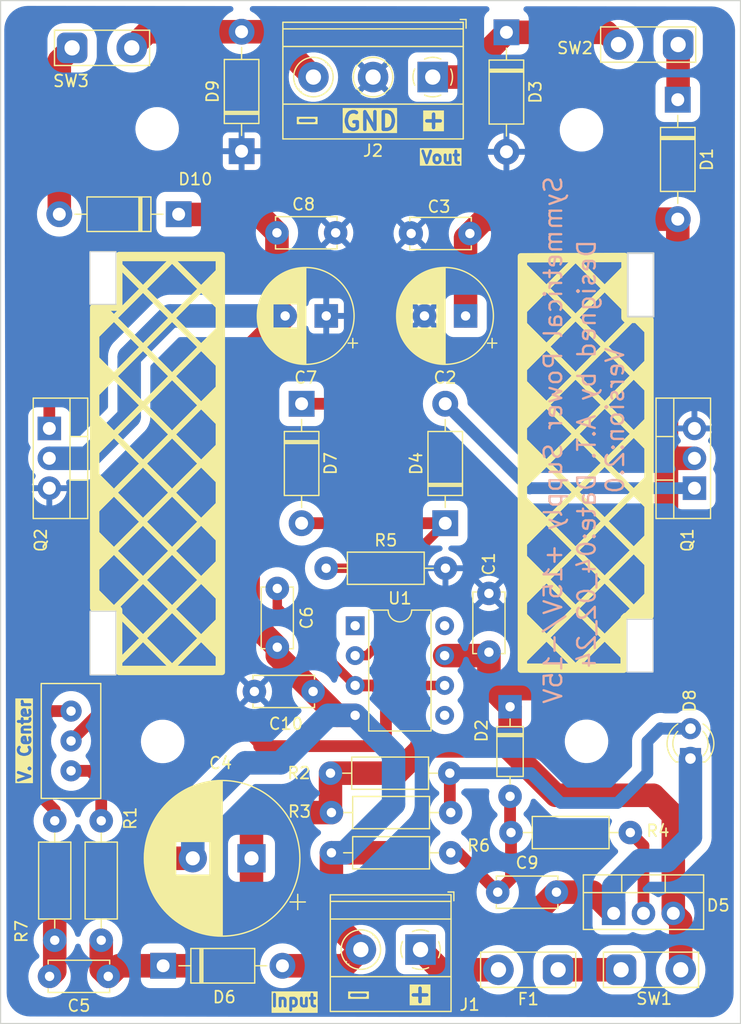
<source format=kicad_pcb>
(kicad_pcb (version 20221018) (generator pcbnew)
  (title_block (title "Symmetrical Power Supply +15V / -15V (PCB)") (date "2024-02-04") (rev "Version 2.0") (company "Made by A.T."))
  (layers (0 "F.Cu" signal) (31 "B.Cu" signal) (34 "B.Paste" user) (35 "F.Paste" user) (36 "B.SilkS" user "B.Silkscreen") (37 "F.SilkS" user "F.Silkscreen") (38 "B.Mask" user) (39 "F.Mask" user) (44 "Edge.Cuts" user))
  (net 0 "")
  (net 1 "GND")
  (net 2 "Net-(D1-A)")
  (net 3 "Net-(U1-+)")
  (net 4 "Net-(D2-A)")
  (net 5 "Net-(D4-A)")
  (net 6 "Net-(R1-Pad2)")
  (net 7 "Net-(U1--)")
  (net 8 "Net-(D10-A)")
  (net 12 "Net-(D1-K)")
  (net 13 "Net-(D4-K)")
  (net 14 "Net-(D7-K)")
  (net 15 "Net-(D8-A)")
  (net 16 "Net-(D3-K)")
  (net 17 "Net-(D5-G)")
  (net 18 "Net-(R7-Pad1)")
  (net 19 "Net-(D9-A)")
  (net 20 "Net-(D10-K)")
  (net 21 "Net-(SW1-A)")
  (net 22 "Net-(J1-Pin_1)")
  (footprint "MountingHole:MountingHole_3.2mm_M3" (layer "F.Cu") (at 116.8 113.01)
    (fp_text reference "REF**" hide)
    (fp_text value "MountingHole_3.2mm_M3" hide)
    (pad "" np_thru_hole circle (at 0 0) (size 3.2 3.2) (drill 3.2) (layers "*.Cu" "*.Mask"))
  )
  (footprint "Capacitor_THT:C_Disc_D5.0mm_W2.5mm_P5.00mm" (layer "F.Cu") (at 142.96 69.81 180)
    (fp_text reference "C3" (at 2.63 2.28) (layer "F.SilkS"))
    (fp_text value "100nF" hide)
    (pad "1" thru_hole circle (at 0 0 180) (size 2 2) (drill 0.8) (layers "*.Cu" "*.Mask") (net 2 "Net-(D1-A)"))
    (pad "2" thru_hole circle (at 5 0 180) (size 2 2) (drill 0.8) (layers "*.Cu" "*.Mask") (net 1 "GND"))
  )
  (footprint "Resistor_THT:R_Axial_DIN0207_L6.3mm_D2.5mm_P10.16mm_Horizontal" (layer "F.Cu") (at 107.61 119.76 -90)
    (fp_text reference "R7" (at 9.41 2.83 90) (layer "F.SilkS"))
    (fp_text value "47K" hide)
    (pad "1" thru_hole circle (at 0 0 270) (size 2 2) (drill 0.8) (layers "*.Cu" "*.Mask") (net 18 "Net-(R7-Pad1)"))
    (pad "2" thru_hole oval (at 10.16 0 270) (size 2 2) (drill 0.8) (layers "*.Cu" "*.Mask") (net 20 "Net-(D10-K)"))
  )
  (footprint "Resistor_THT:R_Axial_DIN0207_L6.3mm_D2.5mm_P10.16mm_Horizontal" (layer "F.Cu") (at 130.72 98.28)
    (fp_text reference "R5" (at 5.08 -2.37) (layer "F.SilkS"))
    (fp_text value "10k" hide)
    (pad "1" thru_hole circle (at 0 0) (size 2 2) (drill 0.8) (layers "*.Cu" "*.Mask") (net 7 "Net-(U1--)"))
    (pad "2" thru_hole oval (at 10.16 0) (size 2 2) (drill 0.8) (layers "*.Cu" "*.Mask") (net 1 "GND"))
  )
  (footprint "Capacitor_THT:C_Disc_D5.0mm_W2.5mm_P5.00mm" (layer "F.Cu") (at 112.17 132.99 180)
    (fp_text reference "C5" (at 2.5 -2.5) (layer "F.SilkS"))
    (fp_text value "100nF" hide)
    (pad "1" thru_hole circle (at 0 0 180) (size 2 2) (drill 0.8) (layers "*.Cu" "*.Mask") (net 2 "Net-(D1-A)"))
    (pad "2" thru_hole circle (at 5 0 180) (size 2 2) (drill 0.8) (layers "*.Cu" "*.Mask") (net 20 "Net-(D10-K)"))
  )
  (footprint "Capacitor_THT:C_Disc_D5.0mm_W2.5mm_P5.00mm" (layer "F.Cu") (at 144.58 105.42 90)
    (fp_text reference "C1" (at 7.5 -0.01 90) (layer "F.SilkS"))
    (fp_text value "100nF" hide)
    (pad "1" thru_hole circle (at 0 0 90) (size 2 2) (drill 0.8) (layers "*.Cu" "*.Mask") (net 2 "Net-(D1-A)"))
    (pad "2" thru_hole circle (at 5 0 90) (size 2 2) (drill 0.8) (layers "*.Cu" "*.Mask") (net 1 "GND"))
  )
  (footprint "TestPoint:TestPoint_2Pads_Pitch5.08mm_Drill1.3mm" (layer "F.Cu") (at 109.09 54.02)
    (fp_text reference "SW3" (at -0.09 2.82) (layer "F.SilkS"))
    (fp_text value "SW_OUT-" hide)
    (pad "1" thru_hole roundrect (at 0 0) (size 2.6 2.6) (drill 1.3) (layers "*.Cu" "*.Mask") (net 8 "Net-(D10-A)"))
    (pad "2" thru_hole circle (at 5.08 0) (size 2.6 2.6) (drill 1.3) (layers "*.Cu" "*.Mask") (net 19 "Net-(D9-A)"))
  )
  (footprint "Capacitor_THT:CP_Radial_D8.0mm_P3.50mm" (layer "F.Cu") (at 130.73 76.82 180)
    (fp_text reference "C7" (at 1.75 -5.25 180) (layer "F.SilkS"))
    (fp_text value "220uF/25v" hide)
    (pad "1" thru_hole rect (at 0 0 180) (size 2 2) (drill 0.8) (layers "*.Cu" "*.Mask") (net 1 "GND"))
    (pad "2" thru_hole circle (at 3.5 0 180) (size 2 2) (drill 0.8) (layers "*.Cu" "*.Mask") (net 20 "Net-(D10-K)"))
  )
  (footprint "Diode_THT:D_DO-41_SOD81_P10.16mm_Horizontal" (layer "F.Cu") (at 118.16 68.17 180)
    (fp_text reference "D10" (at -1.42 2.98) (layer "F.SilkS"))
    (fp_text value "1N5819" hide)
    (pad "1" thru_hole rect (at 0 0 180) (size 2.2 2.2) (drill 1.1) (layers "*.Cu" "*.Mask") (net 20 "Net-(D10-K)"))
    (pad "2" thru_hole oval (at 10.16 0 180) (size 2.2 2.2) (drill 1.1) (layers "*.Cu" "*.Mask") (net 8 "Net-(D10-A)"))
  )
  (footprint "LED_THT:LED_D3.0mm" (layer "F.Cu") (at 161.74 114.465 90)
    (fp_text reference "D8" (at 4.905 -0.07 90) (layer "F.SilkS"))
    (fp_text value "LED" hide)
    (pad "1" thru_hole rect (at 0 0 90) (size 1.8 1.8) (drill 0.9) (layers "*.Cu" "*.Mask") (net 20 "Net-(D10-K)"))
    (pad "2" thru_hole circle (at 2.54 0 90) (size 1.8 1.8) (drill 0.9) (layers "*.Cu" "*.Mask") (net 15 "Net-(D8-A)"))
  )
  (footprint "Diode_THT:D_DO-41_SOD81_P10.16mm_Horizontal" (layer "F.Cu") (at 140.86 94.45 90)
    (fp_text reference "D4" (at 5.08 -2.47 90) (layer "F.SilkS"))
    (fp_text value "1N4148" hide)
    (pad "1" thru_hole rect (at 0 0 90) (size 2.2 2.2) (drill 1.1) (layers "*.Cu" "*.Mask") (net 13 "Net-(D4-K)"))
    (pad "2" thru_hole oval (at 10.16 0 90) (size 2.2 2.2) (drill 1.1) (layers "*.Cu" "*.Mask") (net 5 "Net-(D4-A)"))
  )
  (footprint "TerminalBlock_Phoenix:TerminalBlock_Phoenix_MKDS-1,5-3-5.08_1x03_P5.08mm_Horizontal" (layer "F.Cu") (at 139.795 56.505 180)
    (fp_text reference "J2" (at 5.08 -6.26) (layer "F.SilkS"))
    (fp_text value "Output" hide)
    (pad "1" thru_hole rect (at 0 0 180) (size 2.6 2.6) (drill 1.3) (layers "*.Cu" "*.Mask") (net 16 "Net-(D3-K)"))
    (pad "2" thru_hole circle (at 5.08 0 180) (size 2.6 2.6) (drill 1.3) (layers "*.Cu" "*.Mask") (net 1 "GND"))
    (pad "3" thru_hole circle (at 10.16 0 180) (size 2.6 2.6) (drill 1.3) (layers "*.Cu" "*.Mask") (net 19 "Net-(D9-A)"))
  )
  (footprint "MountingHole:MountingHole_3.2mm_M3" (layer "F.Cu") (at 116.33 60.91)
    (fp_text reference "REF**" hide)
    (fp_text value "MountingHole_3.2mm_M3" hide)
    (pad "" np_thru_hole circle (at 0 0) (size 3.2 3.2) (drill 3.2) (layers "*.Cu" "*.Mask"))
  )
  (footprint "Diode_THT:D_DO-41_SOD81_P10.16mm_Horizontal" (layer "F.Cu") (at 160.66 58.43 -90)
    (fp_text reference "D1" (at 5.08 -2.47 90) (layer "F.SilkS"))
    (fp_text value "1N5819" hide)
    (pad "1" thru_hole rect (at 0 0 270) (size 2.2 2.2) (drill 1.1) (layers "*.Cu" "*.Mask") (net 12 "Net-(D1-K)"))
    (pad "2" thru_hole oval (at 10.16 0 270) (size 2.2 2.2) (drill 1.1) (layers "*.Cu" "*.Mask") (net 2 "Net-(D1-A)"))
  )
  (footprint "TestPoint:TestPoint_2Pads_Pitch5.08mm_Drill1.3mm" (layer "F.Cu") (at 155.83 132.43)
    (fp_text reference "SW1" (at 2.82 2.46) (layer "F.SilkS"))
    (fp_text value "ON/OFF" hide)
    (pad "1" thru_hole roundrect (at 0 0) (size 2.6 2.6) (drill 1.3) (layers "*.Cu" "*.Mask") (net 21 "Net-(SW1-A)"))
    (pad "2" thru_hole circle (at 5.08 0) (size 2.6 2.6) (drill 1.3) (layers "*.Cu" "*.Mask") (net 2 "Net-(D1-A)"))
  )
  (footprint "TestPoint:TestPoint_2Pads_Pitch5.08mm_Drill1.3mm" (layer "F.Cu") (at 160.69 53.74 180)
    (fp_text reference "SW2" (at 8.78 -0.3) (layer "F.SilkS"))
    (fp_text value "SW_OUT+" hide)
    (pad "1" thru_hole roundrect (at 0 0 180) (size 2.6 2.6) (drill 1.3) (layers "*.Cu" "*.Mask") (net 12 "Net-(D1-K)"))
    (pad "2" thru_hole circle (at 5.08 0 180) (size 2.6 2.6) (drill 1.3) (layers "*.Cu" "*.Mask") (net 16 "Net-(D3-K)"))
  )
  (footprint "Resistor_THT:R_Axial_DIN0207_L6.3mm_D2.5mm_P10.16mm_Horizontal" (layer "F.Cu") (at 146.46 120.76)
    (fp_text reference "R4" (at 12.51 -0.15) (layer "F.SilkS"))
    (fp_text value "100R" hide)
    (pad "1" thru_hole circle (at 0 0) (size 2 2) (drill 0.8) (layers "*.Cu" "*.Mask") (net 4 "Net-(D2-A)"))
    (pad "2" thru_hole oval (at 10.16 0) (size 2 2) (drill 0.8) (layers "*.Cu" "*.Mask") (net 17 "Net-(D5-G)"))
  )
  (footprint "Capacitor_THT:C_Disc_D5.0mm_W2.5mm_P5.00mm" (layer "F.Cu") (at 126.56 100 -90)
    (fp_text reference "C6" (at 2.5 -2.5 90) (layer "F.SilkS"))
    (fp_text value "10nF" hide)
    (pad "1" thru_hole circle (at 0 0 270) (size 2 2) (drill 0.8) (layers "*.Cu" "*.Mask") (net 3 "Net-(U1-+)"))
    (pad "2" thru_hole circle (at 5 0 270) (size 2 2) (drill 0.8) (layers "*.Cu" "*.Mask") (net 20 "Net-(D10-K)"))
  )
  (footprint "TerminalBlock_Phoenix:TerminalBlock_Phoenix_MKDS-1,5-2-5.08_1x02_P5.08mm_Horizontal" (layer "F.Cu") (at 138.755 130.715 180)
    (fp_text reference "J1" (at -4.185 -4.685) (layer "F.SilkS"))
    (fp_text value "Input" hide)
    (pad "1" thru_hole rect (at 0 0 180) (size 2.6 2.6) (drill 1.3) (layers "*.Cu" "*.Mask") (net 22 "Net-(J1-Pin_1)"))
    (pad "2" thru_hole circle (at 5.08 0 180) (size 2.6 2.6) (drill 1.3) (layers "*.Cu" "*.Mask") (net 20 "Net-(D10-K)"))
  )
  (footprint "TestPoint:TestPoint_2Pads_Pitch5.08mm_Drill1.3mm" (layer "F.Cu") (at 150.47 132.43 180)
    (fp_text reference "F1" (at 2.54 -2.5) (layer "F.SilkS"))
    (fp_text value "Fuse 5A" hide)
    (pad "1" thru_hole roundrect (at 0 0 180) (size 2.6 2.6) (drill 1.3) (layers "*.Cu" "*.Mask") (net 21 "Net-(SW1-A)"))
    (pad "2" thru_hole circle (at 5.08 0 180) (size 2.6 2.6) (drill 1.3) (layers "*.Cu" "*.Mask") (net 22 "Net-(J1-Pin_1)"))
  )
  (footprint "Capacitor_THT:CP_Radial_D13.0mm_P5.00mm" (layer "F.Cu") (at 124.365216 122.95 180)
    (fp_text reference "C4" (at 2.64 8.1) (layer "F.SilkS"))
    (fp_text value "470uF/50V" hide)
    (pad "1" thru_hole rect (at 0 0 180) (size 2.4 2.4) (drill 1.2) (layers "*.Cu" "*.Mask") (net 2 "Net-(D1-A)"))
    (pad "2" thru_hole circle (at 5 0 180) (size 2.4 2.4) (drill 1.2) (layers "*.Cu" "*.Mask") (net 20 "Net-(D10-K)"))
  )
  (footprint "Diode_THT:D_DO-41_SOD81_P10.16mm_Horizontal" (layer "F.Cu") (at 128.63 84.29 -90)
    (fp_text reference "D7" (at 5.08 -2.47 90) (layer "F.SilkS"))
    (fp_text value "1N4148" hide)
    (pad "1" thru_hole rect (at 0 0 270) (size 2.2 2.2) (drill 1.1) (layers "*.Cu" "*.Mask") (net 14 "Net-(D7-K)"))
    (pad "2" thru_hole oval (at 10.16 0 270) (size 2.2 2.2) (drill 1.1) (layers "*.Cu" "*.Mask") (net 13 "Net-(D4-K)"))
  )
  (footprint "Resistor_THT:R_Axial_DIN0207_L6.3mm_D2.5mm_P10.16mm_Horizontal" (layer "F.Cu") (at 111.57 129.92 90)
    (fp_text reference "R1" (at 10.37 2.48 90) (layer "F.SilkS"))
    (fp_text value "47K" hide)
    (pad "1" thru_hole circle (at 0 0 90) (size 2 2) (drill 0.8) (layers "*.Cu" "*.Mask") (net 2 "Net-(D1-A)"))
    (pad "2" thru_hole oval (at 10.16 0 90) (size 2 2) (drill 0.8) (layers "*.Cu" "*.Mask") (net 6 "Net-(R1-Pad2)"))
  )
  (footprint "Package_TO_SOT_THT:TO-220-3_Vertical" (layer "F.Cu") (at 162.08 91.47 90)
    (fp_text reference "Q1" (at -4.42 -0.6 90) (layer "F.SilkS"))
    (fp_text value "TIP122" hide)
    (pad "1" thru_hole rect (at 0 0 90) (size 2 2) (drill 1.1) (layers "*.Cu" "*.Mask") (net 5 "Net-(D4-A)"))
    (pad "2" thru_hole oval (at 2.54 0 90) (size 2 2) (drill 1.1) (layers "*.Cu" "*.Mask") (net 2 "Net-(D1-A)"))
    (pad "3" thru_hole oval (at 5.08 0 90) (size 2 2) (drill 1.1) (layers "*.Cu" "*.Mask") (net 1 "GND"))
  )
  (footprint "Diode_THT:D_DO-41_SOD81_P10.16mm_Horizontal" (layer "F.Cu") (at 116.84 132.09)
    (fp_text reference "D6" (at 5.21 2.67) (layer "F.SilkS"))
    (fp_text value "1N4007" hide)
    (pad "1" thru_hole rect (at 0 0) (size 2.2 2.2) (drill 1.1) (layers "*.Cu" "*.Mask") (net 2 "Net-(D1-A)"))
    (pad "2" thru_hole oval (at 10.16 0) (size 2.2 2.2) (drill 1.1) (layers "*.Cu" "*.Mask") (net 20 "Net-(D10-K)"))
  )
  (footprint "MountingHole:MountingHole_3.2mm_M3" (layer "F.Cu") (at 152.46 60.99)
    (fp_text reference "REF**" hide)
    (fp_text value "MountingHole_3.2mm_M3" hide)
    (pad "" np_thru_hole circle (at 0 0) (size 3.2 3.2) (drill 3.2) (layers "*.Cu" "*.Mask"))
  )
  (footprint "Capacitor_THT:C_Disc_D5.0mm_W2.5mm_P5.00mm" (layer "F.Cu") (at 145.33 125.83)
    (fp_text reference "C9" (at 2.5 -2.5) (layer "F.SilkS"))
    (fp_text value "10nF" hide)
    (pad "1" thru_hole circle (at 0 0) (size 2 2) (drill 0.8) (layers "*.Cu" "*.Mask") (net 4 "Net-(D2-A)"))
    (pad "2" thru_hole circle (at 5 0) (size 2 2) (drill 0.8) (layers "*.Cu" "*.Mask") (net 20 "Net-(D10-K)"))
  )
  (footprint "Package_TO_SOT_THT:TO-220-3_Vertical" (layer "F.Cu") (at 155.2 127.63)
    (fp_text reference "D5" (at 8.9 -0.67) (layer "F.SilkS"))
    (fp_text value "BT151-500R" hide)
    (pad "1" thru_hole rect (at 0 0) (size 2 2) (drill 1.1) (layers "*.Cu" "*.Mask") (net 20 "Net-(D10-K)"))
    (pad "2" thru_hole oval (at 2.54 0) (size 2 2) (drill 1.1) (layers "*.Cu" "*.Mask") (net 17 "Net-(D5-G)"))
    (pad "3" thru_hole oval (at 5.08 0) (size 2 2) (drill 1.1) (layers "*.Cu" "*.Mask") (net 2 "Net-(D1-A)"))
  )
  (footprint "Diode_THT:D_DO-35_SOD27_P7.62mm_Horizontal" (layer "F.Cu") (at 146.38 110.06 -90)
    (fp_text reference "D2" (at 2.04 2.43 90) (layer "F.SilkS"))
    (fp_text value "30v" hide)
    (pad "1" thru_hole rect (at 0 0 270) (size 2 2) (drill 0.8) (layers "*.Cu" "*.Mask") (net 2 "Net-(D1-A)"))
    (pad "2" thru_hole oval (at 7.62 0 270) (size 2 2) (drill 0.8) (layers "*.Cu" "*.Mask") (net 4 "Net-(D2-A)"))
  )
  (footprint "Capacitor_THT:C_Disc_D5.0mm_W2.5mm_P5.00mm" (layer "F.Cu") (at 124.61 108.76)
    (fp_text reference "C10" (at 2.68 2.75) (layer "F.SilkS"))
    (fp_text value "100nF" hide)
    (pad "1" thru_hole circle (at 0 0) (size 2 2) (drill 0.8) (layers "*.Cu" "*.Mask") (net 1 "GND"))
    (pad "2" thru_hole circle (at 5 0) (size 2 2) (drill 0.8) (layers "*.Cu" "*.Mask") (net 20 "Net-(D10-K)"))
  )
  (footprint "Diode_THT:D_DO-41_SOD81_P10.16mm_Horizontal" (layer "F.Cu") (at 123.52 62.81 90)
    (fp_text reference "D9" (at 5.08 -2.47 90) (layer "F.SilkS"))
    (fp_text value "1N4007" hide)
    (pad "1" thru_hole rect (at 0 0 90) (size 2.2 2.2) (drill 1.1) (layers "*.Cu" "*.Mask") (net 1 "GND"))
    (pad "2" thru_hole oval (at 10.16 0 90) (size 2.2 2.2) (drill 1.1) (layers "*.Cu" "*.Mask") (net 19 "Net-(D9-A)"))
  )
  (footprint "Diode_THT:D_DO-41_SOD81_P10.16mm_Horizontal" (layer "F.Cu") (at 146.07 52.7 -90)
    (fp_text reference "D3" (at 5.08 -2.47 90) (layer "F.SilkS"))
    (fp_text value "1N4007" hide)
    (pad "1" thru_hole rect (at 0 0 270) (size 2.2 2.2) (drill 1.1) (layers "*.Cu" "*.Mask") (net 16 "Net-(D3-K)"))
    (pad "2" thru_hole oval (at 10.16 0 270) (size 2.2 2.2) (drill 1.1) (layers "*.Cu" "*.Mask") (net 1 "GND"))
  )
  (footprint "Capacitor_THT:C_Disc_D5.0mm_W2.5mm_P5.00mm" (layer "F.Cu") (at 131.53 69.75 180)
    (fp_text reference "C8" (at 2.732651 2.42) (layer "F.SilkS"))
    (fp_text value "100nF" hide)
    (pad "1" thru_hole circle (at 0 0 180) (size 2 2) (drill 0.8) (layers "*.Cu" "*.Mask") (net 1 "GND"))
    (pad "2" thru_hole circle (at 5 0 180) (size 2 2) (drill 0.8) (layers "*.Cu" "*.Mask") (net 20 "Net-(D10-K)"))
  )
  (footprint "Resistor_THT:R_Axial_DIN0207_L6.3mm_D2.5mm_P10.16mm_Horizontal" (layer "F.Cu") (at 141.33 122.48 180)
    (fp_text reference "R6" (at -2.38 0.61) (layer "F.SilkS"))
    (fp_text value "2k2" hide)
    (pad "1" thru_hole circle (at 0 0 180) (size 2 2) (drill 0.8) (layers "*.Cu" "*.Mask") (net 4 "Net-(D2-A)"))
    (pad "2" thru_hole oval (at 10.16 0 180) (size 2 2) (drill 0.8) (layers "*.Cu" "*.Mask") (net 20 "Net-(D10-K)"))
  )
  (footprint "MountingHole:MountingHole_3.2mm_M3" (layer "F.Cu") (at 152.89 113)
    (fp_text reference "REF**" hide)
    (fp_text value "MountingHole_3.2mm_M3" hide)
    (pad "" np_thru_hole circle (at 0 0) (size 3.2 3.2) (drill 3.2) (layers "*.Cu" "*.Mask"))
  )
  (footprint "Package_DIP:DIP-8_W7.62mm" (layer "F.Cu") (at 133.19 103.17)
    (fp_text reference "U1" (at 3.81 -2.33) (layer "F.SilkS"))
    (fp_text value "LM741" hide)
    (pad "1" thru_hole rect (at 0 0) (size 1.6 1.6) (drill 0.8) (layers "*.Cu" "*.Mask"))
    (pad "2" thru_hole oval (at 0 2.54) (size 1.6 1.6) (drill 0.8) (layers "*.Cu" "*.Mask") (net 7 "Net-(U1--)"))
    (pad "3" thru_hole oval (at 0 5.08) (size 1.6 1.6) (drill 0.8) (layers "*.Cu" "*.Mask") (net 3 "Net-(U1-+)"))
    (pad "4" thru_hole oval (at 0 7.62) (size 1.6 1.6) (drill 0.8) (layers "*.Cu" "*.Mask") (net 20 "Net-(D10-K)"))
    (pad "5" thru_hole oval (at 7.62 7.62) (size 1.6 1.6) (drill 0.8) (layers "*.Cu" "*.Mask"))
    (pad "6" thru_hole oval (at 7.62 5.08) (size 1.6 1.6) (drill 0.8) (layers "*.Cu" "*.Mask") (net 13 "Net-(D4-K)"))
    (pad "7" thru_hole oval (at 7.62 2.54) (size 1.6 1.6) (drill 0.8) (layers "*.Cu" "*.Mask") (net 2 "Net-(D1-A)"))
    (pad "8" thru_hole oval (at 7.62 0) (size 1.6 1.6) (drill 0.8) (layers "*.Cu" "*.Mask"))
  )
  (footprint "Resistor_THT:R_Axial_DIN0207_L6.3mm_D2.5mm_P10.16mm_Horizontal" (layer "F.Cu") (at 131.17 119.06)
    (fp_text reference "R3" (at -2.72 -0.08) (layer "F.SilkS"))
    (fp_text value "10k" hide)
    (pad "1" thru_hole circle (at 0 0) (size 2 2) (drill 0.8) (layers "*.Cu" "*.Mask") (net 2 "Net-(D1-A)"))
    (pad "2" thru_hole oval (at 10.16 0) (size 2 2) (drill 0.8) (layers "*.Cu" "*.Mask") (net 15 "Net-(D8-A)"))
  )
  (footprint "Package_TO_SOT_THT:TO-220-3_Vertical" (layer "F.Cu") (at 107.15 86.39 -90)
    (fp_text reference "Q2" (at 9.5 0.725 90) (layer "F.SilkS"))
    (fp_text value "TIP127" hide)
    (pad "1" thru_hole rect (at 0 0 270) (size 2 2) (drill 1.1) (layers "*.Cu" "*.Mask") (net 14 "Net-(D7-K)"))
    (pad "2" thru_hole oval (at 2.54 0 270) (size 2 2) (drill 1.1) (layers "*.Cu" "*.Mask") (net 20 "Net-(D10-K)"))
    (pad "3" thru_hole oval (at 5.08 0 270) (size 2 2) (drill 1.1) (layers "*.Cu" "*.Mask") (net 1 "GND"))
  )
  (footprint "Resistor_THT:R_Axial_DIN0207_L6.3mm_D2.5mm_P10.16mm_Horizontal" (layer "F.Cu") (at 131.09 115.71)
    (fp_text reference "R2" (at -2.69 -0.01) (layer "F.SilkS"))
    (fp_text value "10k" hide)
    (pad "1" thru_hole circle (at 0 0) (size 2 2) (drill 0.8) (layers "*.Cu" "*.Mask") (net 2 "Net-(D1-A)"))
    (pad "2" thru_hole oval (at 10.16 0) (size 2 2) (drill 0.8) (layers "*.Cu" "*.Mask") (net 15 "Net-(D8-A)"))
  )
  (footprint "Capacitor_THT:CP_Radial_D8.0mm_P3.50mm" (layer "F.Cu") (at 142.592651 76.82 180)
    (fp_text reference "C2" (at 1.75 -5.25 180) (layer "F.SilkS"))
    (fp_text value "220uF/25v" hide)
    (pad "1" thru_hole rect (at 0 0 180) (size 2 2) (drill 0.8) (layers "*.Cu" "*.Mask") (net 2 "Net-(D1-A)"))
    (pad "2" thru_hole circle (at 3.5 0 180) (size 2 2) (drill 0.8) (layers "*.Cu" "*.Mask") (net 1 "GND"))
  )
  (footprint "Potentiometer_THT:Potentiometer_Bourns_3296W_Vertical" (layer "F.Cu") (at 109 115.51 -90)
    (fp_text reference "RV1" hide)
    (fp_text value "10k" hide)
    (pad "1" thru_hole circle (at 0 0 270) (size 1.8 1.8) (drill 0.8) (layers "*.Cu" "*.Mask") (net 6 "Net-(R1-Pad2)"))
    (pad "2" thru_hole circle (at -2.54 0 270) (size 1.8 1.8) (drill 0.8) (layers "*.Cu" "*.Mask") (net 3 "Net-(U1-+)"))
    (pad "3" thru_hole circle (at -5.08 0 270) (size 1.8 1.8) (drill 0.8) (layers "*.Cu" "*.Mask") (net 18 "Net-(R7-Pad1)"))
  )
  (gr_rect (start 110.61 71.35) (end 112.83 75.84) (stroke (width 0.1)) (fill none) (layer "Edge.Cuts"))
  (gr_rect (start 156.4 71.48) (end 158.6 76.88) (stroke (width 0.15)) (fill none) (layer "Edge.Cuts"))
  (gr_rect (start 110.62 101.93) (end 112.82 107.35) (stroke (width 0.1)) (fill none) (layer "Edge.Cuts"))
  (gr_rect (start 103 50) (end 166 137) (stroke (width 0.1)) (fill none) (layer "Edge.Cuts"))
  (gr_rect (start 156.33 102.615) (end 158.55 107.105) (stroke (width 0.1)) (fill none) (layer "Edge.Cuts"))
  (gr_text "Designed by A.T. Date:04_02_24\n        Version:2.0" (at 156.2 70.22 90) (layer "B.SilkS") (effects (font (size 1.5 1.5) (thickness 0.2)) (justify left bottom mirror)))
  (gr_text "Symmetrical Power Supply +15V/-15V" (at 150.93 64.81 90) (layer "B.SilkS") (effects (font (size 1.5 1.5) (thickness 0.2)) (justify left bottom mirror)))
  (gr_text "+" (at 138.74 61) (layer "F.SilkS" knockout) (effects (font (size 1.5 1.5) (thickness 0.3) bold) (justify left bottom)))
  (gr_text "-" (at 127.98 60.97) (layer "F.SilkS" knockout) (effects (font (size 1.5 1.5) (thickness 0.3) bold) (justify left bottom)))
  (gr_text "-" (at 132.35 135.36) (layer "F.SilkS" knockout) (effects (font (size 1.5 1.5) (thickness 0.3) bold) (justify left bottom)))
  (gr_text "Vout" (at 138.69 63.93) (layer "F.SilkS" knockout) (effects (font (size 1 1) (thickness 0.25) bold) (justify left bottom)))
  (gr_text "Input" (at 125.92 135.65) (layer "F.SilkS" knockout) (effects (font (size 1 1) (thickness 0.25) bold) (justify left bottom)))
  (gr_text "GND" (at 131.96 61.15) (layer "F.SilkS" knockout) (effects (font (size 1.5 1.5) (thickness 0.3) bold) (justify left bottom)))
  (gr_text "V. Center" (at 105.64 116.57 90) (layer "F.SilkS" knockout) (effects (font (size 1 1) (thickness 0.25) bold) (justify left bottom)))
  (gr_text "+" (at 137.59 135.34) (layer "F.SilkS" knockout) (effects (font (size 1.5 1.5) (thickness 0.3) bold) (justify left bottom)))
  (segment (start 137.9 69.75) (end 137.96 69.81) (width 2) (layer "B.Cu") (net 1))
  (segment (start 131.09 115.71) (end 131.09 118.98) (width 2) (layer "F.Cu") (net 2))
  (segment (start 144.29 105.71) (end 144.58 105.42) (width 2) (layer "F.Cu") (net 2))
  (segment (start 119.13 132.09) (end 124.365216 126.854784) (width 2) (layer "F.Cu") (net 2))
  (segment (start 159.7 94.37) (end 160.63 95.3) (width 2) (layer "F.Cu") (net 2))
  (segment (start 146.38 110.06) (end 145.7 109.38) (width 2) (layer "F.Cu") (net 2))
  (segment (start 160.66 82.08) (end 159.7 83.04) (width 2) (layer "F.Cu") (net 2))
  (segment (start 159.74 88.93) (end 159.7 88.97) (width 2) (layer "F.Cu") (net 2))
  (segment (start 116.84 132.09) (end 113.07 132.09) (width 2) (layer "F.Cu") (net 2))
  (segment (start 160.66 68.59) (end 160.66 82.08) (width 2) (layer "F.Cu") (net 2))
  (segment (start 124.365216 126.854784) (end 124.365216 122.95) (width 2) (layer "F.Cu") (net 2))
  (segment (start 124.365216 120.464784) (end 125.77 119.06) (width 2) (layer "F.Cu") (net 2))
  (segment (start 131.09 115.71) (end 136.75 115.71) (width 2) (layer "F.Cu") (net 2))
  (segment (start 160.66 68.59) (end 144.18 68.59) (width 2) (layer "F.Cu") (net 2))
  (segment (start 144.58 108.26) (end 144.58 105.42) (width 2) (layer "F.Cu") (net 2))
  (segment (start 113.07 132.09) (end 112.17 132.99) (width 2) (layer "F.Cu") (net 2))
  (segment (start 138.85 113.39) (end 146.29 113.39) (width 2) (layer "F.Cu") (net 2))
  (segment (start 160.91 128.26) (end 160.28 127.63) (width 2) (layer "F.Cu") (net 2))
  (segment (start 111.57 129.92) (end 111.57 132.39) (width 2) (layer "F.Cu") (net 2))
  (segment (start 159.7 83.04) (end 159.7 88.97) (width 2) (layer "F.Cu") (net 2))
  (segment (start 162.08 88.93) (end 159.74 88.93) (width 2) (layer "F.Cu") (net 2))
  (segment (start 159.7 88.97) (end 159.7 94.37) (width 2) (layer "F.Cu") (net 2))
  (segment (start 146.29 113.61) (end 146.38 113.7) (width 2) (layer "F.Cu") (net 2))
  (segment (start 142.592651 76.82) (end 142.592651 70.177349) (width 2) (layer "F.Cu") (net 2))
  (segment (start 146.56 108.52) (end 145.7 109.38) (width 2) (layer "F.Cu") (net 2))
  (segment (start 160.28 119.29) (end 158.58 117.59) (width 2) (layer "F.Cu") (net 2))
  (segment (start 158.58 117.59) (end 150.27 117.59) (width 2) (layer "F.Cu") (net 2))
  (segment (start 160.28 127.63) (end 160.28 119.29) (width 2) (layer "F.Cu") (net 2))
  (segment (start 145.7 109.38) (end 144.58 108.26) (width 2) (layer "F.Cu") (net 2))
  (segment (start 150.27 117.59) (end 146.38 113.7) (width 2) (layer "F.Cu") (net 2))
  (segment (start 160.91 132.43) (end 160.91 128.26) (width 2) (layer "F.Cu") (net 2))
  (segment (start 125.77 119.06) (end 131.17 119.06) (width 2) (layer "F.Cu") (net 2))
  (segment (start 142.592651 70.177349) (end 142.96 69.81) (width 2) (layer "F.Cu") (net 2))
  (segment (start 116.84 132.09) (end 119.13 132.09) (width 2) (layer "F.Cu") (net 2))
  (segment (start 140.81 105.71) (end 144.29 105.71) (width 2) (layer "F.Cu") (net 2))
  (segment (start 124.365216 122.95) (end 124.365216 120.464784) (width 2) (layer "F.Cu") (net 2))
  (segment (start 159.51 108.52) (end 146.56 108.52) (width 2) (layer "F.Cu") (net 2))
  (segment (start 136.75 115.71) (end 138.85 113.61) (width 2) (layer "F.Cu") (net 2))
  (segment (start 131.09 118.98) (end 131.17 119.06) (width 2) (layer "F.Cu") (net 2))
  (segment (start 160.63 95.3) (end 160.63 107.4) (width 2) (layer "F.Cu") (net 2))
  (segment (start 146.38 113.7) (end 146.38 110.06) (width 2) (layer "F.Cu") (net 2))
  (segment (start 111.57 132.39) (end 112.17 132.99) (width 2) (layer "F.Cu") (net 2))
  (segment (start 160.63 107.4) (end 159.51 108.52) (width 2) (layer "F.Cu") (net 2))
  (segment (start 144.18 68.59) (end 142.96 69.81) (width 2) (layer "F.Cu") (net 2))
  (segment (start 126.56 100) (end 126.56 101.62) (width 0.8) (layer "F.Cu") (net 3))
  (segment (start 125.02 113.16) (end 125.02 113.41) (width 1) (layer "F.Cu") (net 3))
  (segment (start 120.39 108.65) (end 120.45 108.59) (width 1) (layer "F.Cu") (net 3))
  (segment (start 135.81 109.23) (end 134.83 108.25) (width 1) (layer "F.Cu") (net 3))
  (segment (start 135.81 112.53) (end 135.81 109.23) (width 1) (layer "F.Cu") (net 3))
  (segment (start 126.56 101.62) (end 133.19 108.25) (width 0.8) (layer "F.Cu") (net 3))
  (segment (start 120.45 108.59) (end 125.02 113.16) (width 1) (layer "F.Cu") (net 3))
  (segment (start 134.83 108.25) (end 133.19 108.25) (width 1) (layer "F.Cu") (net 3))
  (segment (start 134.93 113.41) (end 135.81 112.53) (width 1) (layer "F.Cu") (net 3))
  (segment (start 109 112.97) (end 113.32 108.65) (width 1) (layer "F.Cu") (net 3))
  (segment (start 113.32 108.65) (end 120.39 108.65) (width 1) (layer "F.Cu") (net 3))
  (segment (start 125.02 113.41) (end 134.93 113.41) (width 1) (layer "F.Cu") (net 3))
  (segment (start 146.38 120.68) (end 146.46 120.76) (width 1) (layer "F.Cu") (net 4))
  (segment (start 141.98 122.48) (end 145.33 125.83) (width 1) (layer "F.Cu") (net 4))
  (segment (start 146.38 117.68) (end 146.38 120.68) (width 1) (layer "F.Cu") (net 4))
  (segment (start 146.46 124.7) (end 145.33 125.83) (width 1) (layer "F.Cu") (net 4))
  (segment (start 146.46 120.76) (end 146.46 124.7) (width 1) (layer "F.Cu") (net 4))
  (segment (start 141.33 122.48) (end 141.98 122.48) (width 1) (layer "F.Cu") (net 4))
  (segment (start 148.08 91.47) (end 148.06 91.49) (width 1) (layer "B.Cu") (net 5))
  (segment (start 140.86 84.29) (end 148.06 91.49) (width 1) (layer "B.Cu") (net 5))
  (segment (start 162.08 91.47) (end 148.08 91.47) (width 1) (layer "B.Cu") (net 5))
  (segment (start 111.57 116.46) (end 111.57 119.76) (width 1) (layer "F.Cu") (net 6))
  (segment (start 110.62 115.51) (end 111.57 116.46) (width 1) (layer "F.Cu") (net 6))
  (segment (start 109 115.51) (end 110.62 115.51) (width 1) (layer "F.Cu") (net 6))
  (segment (start 135.62 104.28) (end 134.19 105.71) (width 0.8) (layer "F.Cu") (net 7))
  (segment (start 134.19 105.71) (end 133.19 105.71) (width 0.8) (layer "F.Cu") (net 7))
  (segment (start 130.72 98.28) (end 134.32 98.28) (width 0.8) (layer "F.Cu") (net 7))
  (segment (start 135.62 99.58) (end 135.62 104.28) (width 0.8) (layer "F.Cu") (net 7))
  (segment (start 134.32 98.28) (end 135.62 99.58) (width 0.8) (layer "F.Cu") (net 7))
  (segment (start 108 68.17) (end 108 55.11) (width 2) (layer "F.Cu") (net 8))
  (segment (start 108 55.11) (end 109.09 54.02) (width 2) (layer "F.Cu") (net 8))
  (segment (start 160.69 53.74) (end 160.69 58.4) (width 2) (layer "F.Cu") (net 12))
  (segment (start 160.69 58.4) (end 160.66 58.43) (width 2) (layer "F.Cu") (net 12))
  (segment (start 138 107.5) (end 138 97.31) (width 0.8) (layer "F.Cu") (net 13))
  (segment (start 140.81 108.25) (end 138.75 108.25) (width 0.8) (layer "F.Cu") (net 13))
  (segment (start 138.75 108.25) (end 138 107.5) (width 0.8) (layer "F.Cu") (net 13))
  (segment (start 138 97.31) (end 140.86 94.45) (width 0.8) (layer "F.Cu") (net 13))
  (segment (start 140.86 94.45) (end 128.63 94.45) (width 1) (layer "F.Cu") (net 13))
  (segment (start 107.15 72.65) (end 109.27 70.53) (width 1) (layer "F.Cu") (net 14))
  (segment (start 132.36 84.29) (end 128.63 84.29) (width 1) (layer "F.Cu") (net 14))
  (segment (start 107.15 86.39) (end 107.15 72.65) (width 1) (layer "F.Cu") (net 14))
  (segment (start 115.31 65.34) (end 131.76 65.34) (width 1) (layer "F.Cu") (net 14))
  (segment (start 109.27 70.53) (end 110.12 70.53) (width 1) (layer "F.Cu") (net 14))
  (segment (start 134.5 68.08) (end 134.5 82.23) (width 1) (layer "F.Cu") (net 14))
  (segment (start 110.12 70.53) (end 115.31 65.34) (width 1) (layer "F.Cu") (net 14))
  (segment (start 132.4 84.33) (end 132.36 84.29) (width 1) (layer "F.Cu") (net 14))
  (segment (start 134.5 82.23) (end 132.4 84.33) (width 1) (layer "F.Cu") (net 14))
  (segment (start 131.76 65.34) (end 134.5 68.08) (width 1) (layer "F.Cu") (net 14))
  (segment (start 141.25 115.71) (end 141.25 118.98) (width 1) (layer "F.Cu") (net 15))
  (segment (start 141.25 118.98) (end 141.33 119.06) (width 1) (layer "F.Cu") (net 15))
  (segment (start 150.69 118.24) (end 155.53 118.24) (width 1) (layer "B.Cu") (net 15))
  (segment (start 148.16 115.71) (end 150.69 118.24) (width 1) (layer "B.Cu") (net 15))
  (segment (start 141.25 115.71) (end 148.16 115.71) (width 1) (layer "B.Cu") (net 15))
  (segment (start 155.53 118.24) (end 158.07 115.7) (width 1) (layer "B.Cu") (net 15))
  (segment (start 158.07 113.01) (end 159.2 111.88) (width 1) (layer "B.Cu") (net 15))
  (segment (start 158.07 115.7) (end 158.07 113.01) (width 1) (layer "B.Cu") (net 15))
  (segment (start 159.2 111.88) (end 159.245 111.925) (width 1) (layer "B.Cu") (net 15))
  (segment (start 159.245 111.925) (end 161.74 111.925) (width 1) (layer "B.Cu") (net 15))
  (segment (start 146.07 52.7) (end 154.57 52.7) (width 2) (layer "F.Cu") (net 16))
  (segment (start 154.57 52.7) (end 155.61 53.74) (width 2) (layer "F.Cu") (net 16))
  (segment (start 142.265 56.505) (end 146.07 52.7) (width 2) (layer "F.Cu") (net 16))
  (segment (start 139.795 56.505) (end 142.265 56.505) (width 2) (layer "F.Cu") (net 16))
  (segment (start 157.74 127.63) (end 157.74 121.88) (width 1) (layer "F.Cu") (net 17))
  (segment (start 157.74 121.88) (end 156.62 120.76) (width 1) (layer "F.Cu") (net 17))
  (segment (start 107.25 110.43) (end 105.98 111.7) (width 1) (layer "F.Cu") (net 18))
  (segment (start 105.98 111.7) (end 105.98 117.22) (width 1) (layer "F.Cu") (net 18))
  (segment (start 107.61 118.85) (end 107.61 119.76) (width 1) (layer "F.Cu") (net 18))
  (segment (start 105.98 117.22) (end 107.61 118.85) (width 1) (layer "F.Cu") (net 18))
  (segment (start 109 110.43) (end 107.25 110.43) (width 1) (layer "F.Cu") (net 18))
  (segment (start 115.54 52.65) (end 114.17 54.02) (width 2) (layer "F.Cu") (net 19))
  (segment (start 123.52 52.65) (end 115.54 52.65) (width 2) (layer "F.Cu") (net 19))
  (segment (start 125.78 52.65) (end 129.635 56.505) (width 2) (layer "F.Cu") (net 19))
  (segment (start 123.52 52.65) (end 125.78 52.65) (width 2) (layer "F.Cu") (net 19))
  (segment (start 126.56 105.71) (end 129.61 108.76) (width 2) (layer "F.Cu") (net 20))
  (segment (start 132.3 132.09) (end 133.675 130.715) (width 2) (layer "F.Cu") (net 20))
  (segment (start 124.08 79.67) (end 124.08 102.52) (width 2) (layer "F.Cu") (net 20))
  (segment (start 129.61 108.76) (end 131.64 110.79) (width 2) (layer "F.Cu") (net 20))
  (segment (start 150.33 125.83) (end 147.32 128.84) (width 2) (layer "F.Cu") (net 20))
  (segment (start 127 132.09) (end 132.3 132.09) (width 2) (layer "F.Cu") (net 20))
  (segment (start 124.08 102.52) (end 126.56 105) (width 2) (layer "F.Cu") (net 20))
  (segment (start 107.61 127.47) (end 112.13 122.95) (width 2) (layer "F.Cu") (net 20))
  (segment (start 107.61 129.92) (end 107.61 127.47) (width 2) (layer "F.Cu") (net 20))
  (segment (start 131.17 122.48) (end 131.17 128.21) (width 2) (layer "F.Cu") (net 20))
  (segment (start 153.4 125.83) (end 155.2 127.63) (width 2) (layer "F.Cu") (net 20))
  (segment (start 124.38 79.67) (end 127.23 76.82) (width 2) (layer "F.Cu") (net 20))
  (segment (start 126.53 69.75) (end 126.53 76.12) (width 2) (layer "F.Cu") (net 20))
  (segment (start 119.19 68.19) (end 124.97 68.19) (width 2) (layer "F.Cu") (net 20))
  (segment (start 126.53 76.12) (end 127.23 76.82) (width 2) (layer "F.Cu") (net 20))
  (segment (start 150.33 125.83) (end 153.4 125.83) (width 2) (layer "F.Cu") (net 20))
  (segment (start 131.17 128.21) (end 133.675 130.715) (width 2) (layer "F.Cu") (net 20))
  (segment (start 126.56 105) (end 126.56 105.71) (width 2) (layer "F.Cu") (net 20))
  (segment (start 142.33 128.84) (end 135.97 122.48) (width 2) (layer "F.Cu") (net 20))
  (segment (start 135.97 122.48) (end 131.17 122.48) (width 2) (layer "F.Cu") (net 20))
  (segment (start 147.32 128.84) (end 142.33 128.84) (width 2) (layer "F.Cu") (net 20))
  (segment (start 124.08 79.67) (end 124.38 79.67) (width 2) (layer "F.Cu") (net 20))
  (segment (start 107.61 129.92) (end 107.61 132.55) (width 2) (layer "F.Cu") (net 20))
  (segment (start 107.61 132.55) (end 107.17 132.99) (width 2) (layer "F.Cu") (net 20))
  (segment (start 131.64 110.79) (end 133.19 110.79) (width 2) (layer "F.Cu") (net 20))
  (segment (start 124.97 68.19) (end 126.53 69.75) (width 2) (layer "F.Cu") (net 20))
  (segment (start 112.13 122.95) (end 119.365216 122.95) (width 2) (layer "F.Cu") (net 20))
  (segment (start 119.365216 119.294739) (end 123.829955 114.83) (width 2) (layer "B.Cu") (net 20))
  (segment (start 155.2 125.4) (end 157.46 123.14) (width 2) (layer "B.Cu") (net 20))
  (segment (start 126.84 114.83) (end 130.88 110.79) (width 2) (layer "B.Cu") (net 20))
  (segment (start 107.15 88.93) (end 110.41 88.93) (width 2) (layer "B.Cu") (net 20))
  (segment (start 136.46 118.34) (end 132.32 122.48) (width 2) (layer "B.Cu") (net 20))
  (segment (start 161.74 121.13) (end 161.74 114.465) (width 2) (layer "B.Cu") (net 20))
  (segment (start 132.32 122.48) (end 131.17 122.48) (width 2) (layer "B.Cu") (net 20))
  (segment (start 159.73 123.14) (end 161.74 121.13) (width 2) (layer "B.Cu") (net 20))
  (segment (start 157.46 123.14) (end 159.73 123.14) (width 2) (layer "B.Cu") (net 20))
  (segment (start 133.19 110.79) (end 136.46 114.06) (width 2) (layer "B.Cu") (net 20))
  (segment (start 113.95 80.31) (end 117.44 76.82) (width 2) (layer "B.Cu") (net 20))
  (segment (start 123.829955 114.83) (end 126.84 114.83) (width 2) (layer "B.Cu") (net 20))
  (segment (start 136.46 114.06) (end 136.46 118.34) (width 2) (layer "B.Cu") (net 20))
  (segment (start 117.44 76.82) (end 127.23 76.82) (width 2) (layer "B.Cu") (net 20))
  (segment (start 110.41 88.93) (end 113.95 85.39) (width 2) (layer "B.Cu") (net 20))
  (segment (start 130.88 110.79) (end 133.19 110.79) (width 2) (layer "B.Cu") (net 20))
  (segment (start 119.365216 122.95) (end 119.365216 119.294739) (width 2) (layer "B.Cu") (net 20))
  (segment (start 113.95 85.39) (end 113.95 80.31) (width 2) (layer "B.Cu") (net 20))
  (segment (start 155.2 127.63) (end 155.2 125.4) (width 2) (layer "B.Cu") (net 20))
  (segment (start 155.83 132.43) (end 150.47 132.43) (width 2) (layer "F.Cu") (net 21))
  (segment (start 140.47 132.43) (end 138.755 130.715) (width 2) (layer "F.Cu") (net 22))
  (segment (start 145.39 132.43) (end 140.47 132.43) (width 2) (layer "F.Cu") (net 22))
  (zone (net 1) (net_name "GND") (layer "B.Cu") (name "GND Bottom") (connect_pads (clearance 0.8)) (min_thickness 0.5) (fill yes (thermal_gap 0.5) (thermal_bridge_width 0.5) (smoothing fillet) (radius 2))
    (polygon (pts (xy 103.28 50.45) (xy 165.54 50.5) (xy 165.41 136.47) (xy 103.52 136.4) (xy 103.31 50.44)))
  )
  (zone (net 0) (net_name "") (layer "F.SilkS") (name "GND Bottom") (connect_pads (clearance 1)) (min_thickness 0.5) (fill yes (mode hatch) (thermal_gap 0.5) (thermal_bridge_width 0.5) (hatch_thickness 0.5) (hatch_gap 3) (hatch_orientation 45) (hatch_border_algorithm hatch_thickness) (hatch_min_hole_area 0.3))
    (polygon (pts (xy 147.03 71.48) (xy 158.61 71.44) (xy 158.61 107.18) (xy 147.03 107.18)))
  )
  (zone (net 0) (net_name "") (layer "F.SilkS") (name "GND Bottom") (connect_pads (clearance 1)) (min_thickness 0.5) (fill yes (mode hatch) (thermal_gap 0.5) (thermal_bridge_width 0.5) (hatch_thickness 0.5) (hatch_gap 3) (hatch_orientation 45) (hatch_border_algorithm hatch_thickness) (hatch_min_hole_area 0.3))
    (polygon (pts (xy 110.61 71.37) (xy 122.11 71.37) (xy 122.11 107.37) (xy 110.61 107.37)))
  )
)
</source>
